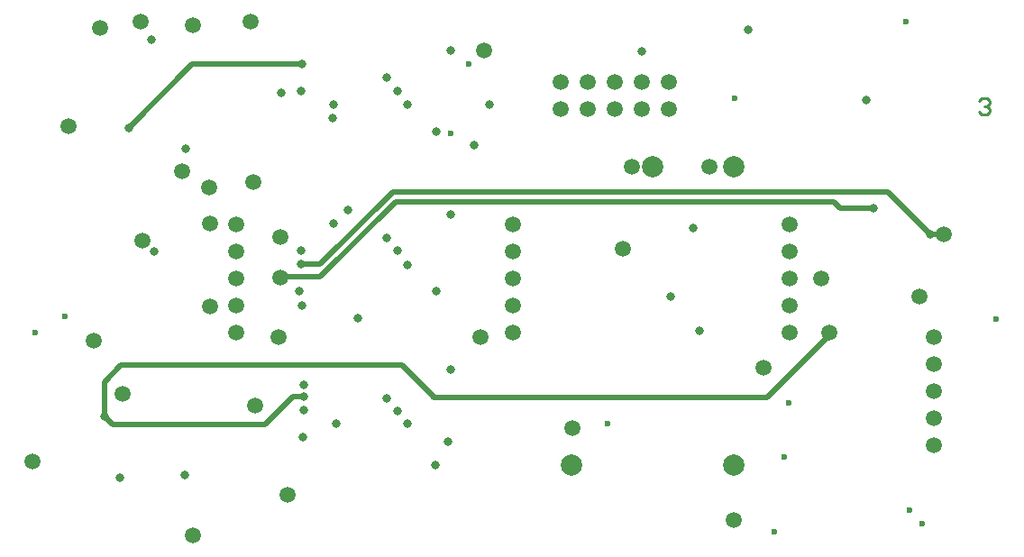
<source format=gbr>
%TF.GenerationSoftware,Altium Limited,Altium Designer,21.6.4 (81)*%
G04 Layer_Physical_Order=3*
G04 Layer_Color=16440176*
%FSLAX43Y43*%
%MOMM*%
%TF.SameCoordinates,F87848A5-9C76-4C60-8026-6C1C3CCCB256*%
%TF.FilePolarity,Positive*%
%TF.FileFunction,Copper,L3,Inr,Signal*%
%TF.Part,Single*%
G01*
G75*
%TA.AperFunction,Conductor*%
%ADD23C,0.500*%
%TA.AperFunction,NonConductor*%
%ADD27C,0.254*%
%TA.AperFunction,ComponentPad*%
%ADD28C,1.500*%
%ADD29C,2.000*%
%TA.AperFunction,ViaPad*%
%ADD30C,0.600*%
%ADD31C,0.800*%
D23*
X72323Y14335D02*
X78334Y20345D01*
Y20536D01*
X41063Y14335D02*
X72323D01*
X38049Y17348D02*
X40916Y14481D01*
X41063Y14335D01*
X79186Y32134D02*
X82396D01*
X78630Y32690D02*
X79186Y32134D01*
X37440Y32690D02*
X78630D01*
X26663Y25654D02*
X30404D01*
X37440Y32690D01*
X37186Y33655D02*
X83672D01*
X28550Y26848D02*
X30378D01*
X37186Y33655D01*
X83672D02*
X87683Y29644D01*
X88973D02*
X88986Y29632D01*
X87683Y29644D02*
X88973D01*
X26604Y25595D02*
X26663Y25654D01*
X10871Y11786D02*
X25197D01*
X27813Y14402D02*
X28869D01*
X25197Y11786D02*
X27813Y14402D01*
X10109Y12548D02*
X10871Y11786D01*
X10109Y12548D02*
Y15758D01*
X11699Y17348D02*
X38049D01*
X10109Y15758D02*
X11699Y17348D01*
X12423Y39688D02*
X18375Y45640D01*
X28653D01*
D27*
X92249Y42184D02*
X92503Y42438D01*
X93010D01*
X93264Y42184D01*
Y41930D01*
X93010Y41676D01*
X92756D01*
X93010D01*
X93264Y41422D01*
Y41168D01*
X93010Y40914D01*
X92503D01*
X92249Y41168D01*
D28*
X88000Y20000D02*
D03*
Y17460D02*
D03*
Y14920D02*
D03*
Y12380D02*
D03*
Y9840D02*
D03*
X53000Y44000D02*
D03*
X55540D02*
D03*
X58080D02*
D03*
X60620D02*
D03*
X63160D02*
D03*
X53000Y41460D02*
D03*
X55540D02*
D03*
X58080D02*
D03*
X60620D02*
D03*
X63160D02*
D03*
X22500Y20420D02*
D03*
Y22960D02*
D03*
Y25500D02*
D03*
Y28040D02*
D03*
Y30580D02*
D03*
X48500Y20420D02*
D03*
Y22960D02*
D03*
Y25500D02*
D03*
Y28040D02*
D03*
Y30580D02*
D03*
X74500Y20420D02*
D03*
Y22960D02*
D03*
Y25500D02*
D03*
Y28040D02*
D03*
Y30580D02*
D03*
X13665Y29108D02*
D03*
X17457Y35595D02*
D03*
X20045Y30714D02*
D03*
X86657Y23851D02*
D03*
X77470Y25552D02*
D03*
X9119Y19710D02*
D03*
X20015Y22860D02*
D03*
X54045Y11465D02*
D03*
X59673Y35983D02*
D03*
X13503Y49608D02*
D03*
X6756Y39822D02*
D03*
X9703Y49078D02*
D03*
X18466Y49327D02*
D03*
X24130Y34544D02*
D03*
X19916Y34064D02*
D03*
X88986Y29632D02*
D03*
X71984Y17094D02*
D03*
X58858Y28298D02*
D03*
X26604Y25595D02*
D03*
X26441Y19990D02*
D03*
X45466D02*
D03*
X26619Y29405D02*
D03*
X23890Y49682D02*
D03*
X69210Y2821D02*
D03*
X3353Y8331D02*
D03*
X24302Y13558D02*
D03*
X18440Y1346D02*
D03*
X11862Y14667D02*
D03*
X27349Y5162D02*
D03*
X78220Y20447D02*
D03*
X66903Y36000D02*
D03*
X45796Y46952D02*
D03*
D29*
X61610Y36000D02*
D03*
X69210D02*
D03*
X54010Y8000D02*
D03*
X69210D02*
D03*
D30*
X85369Y49632D02*
D03*
X73939Y8730D02*
D03*
X86919Y2480D02*
D03*
X85750Y3730D02*
D03*
X93892Y21666D02*
D03*
X74371Y13818D02*
D03*
X6421Y21971D02*
D03*
X57379Y11921D02*
D03*
X3574Y20396D02*
D03*
X73000Y1718D02*
D03*
X69291Y42460D02*
D03*
X42646Y39170D02*
D03*
X44298Y45675D02*
D03*
D31*
X46327Y41865D02*
D03*
X60620Y46859D02*
D03*
X82396Y32134D02*
D03*
X81636Y42291D02*
D03*
X65380Y30226D02*
D03*
X33020Y31945D02*
D03*
X42621Y31560D02*
D03*
X70612Y48870D02*
D03*
X38583Y41885D02*
D03*
X87670Y29657D02*
D03*
X17780Y37744D02*
D03*
X17678Y7036D02*
D03*
X28869Y13132D02*
D03*
Y14402D02*
D03*
X31852Y11887D02*
D03*
X41237Y7955D02*
D03*
X41250Y39345D02*
D03*
X41257Y24359D02*
D03*
X42360Y10146D02*
D03*
X10109Y12548D02*
D03*
X28550Y26848D02*
D03*
X28778Y10592D02*
D03*
X11582Y6807D02*
D03*
X28550Y28135D02*
D03*
X66056Y20559D02*
D03*
X31648Y30675D02*
D03*
X63313Y23785D02*
D03*
X26746Y42951D02*
D03*
X12423Y39688D02*
D03*
X14567Y47955D02*
D03*
X31648Y41885D02*
D03*
X31547Y40595D02*
D03*
X44856Y38049D02*
D03*
X28869Y15563D02*
D03*
X28653Y45640D02*
D03*
X33934Y21785D02*
D03*
X28442Y24325D02*
D03*
X28697Y23012D02*
D03*
X36673Y44378D02*
D03*
X36646Y29337D02*
D03*
X36627Y14275D02*
D03*
X37620Y43135D02*
D03*
Y28169D02*
D03*
Y13106D02*
D03*
X38594Y26822D02*
D03*
X38583Y11887D02*
D03*
X28626Y43091D02*
D03*
X14783Y28042D02*
D03*
X42636Y16945D02*
D03*
X42621Y46903D02*
D03*
%TF.MD5,878d1212fcea197f19667bd02f032797*%
M02*

</source>
